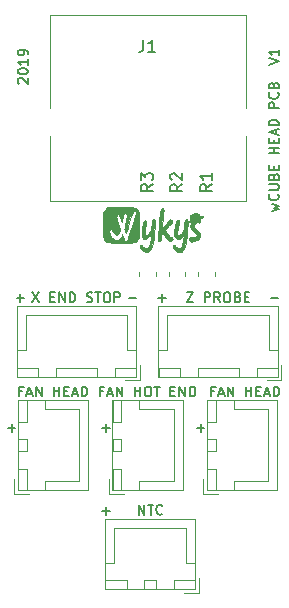
<source format=gto>
G04 #@! TF.GenerationSoftware,KiCad,Pcbnew,6.0.0-rc1-unknown-73a0cbf~66~ubuntu18.04.1*
G04 #@! TF.CreationDate,2019-02-12T22:26:01+01:00
G04 #@! TF.ProjectId,wcube-head-pcb,77637562-652d-4686-9561-642d7063622e,rev?*
G04 #@! TF.SameCoordinates,Original*
G04 #@! TF.FileFunction,Legend,Top*
G04 #@! TF.FilePolarity,Positive*
%FSLAX46Y46*%
G04 Gerber Fmt 4.6, Leading zero omitted, Abs format (unit mm)*
G04 Created by KiCad (PCBNEW 6.0.0-rc1-unknown-73a0cbf~66~ubuntu18.04.1) date 2019-02-12 22:26:01*
%MOMM*%
%LPD*%
G04 APERTURE LIST*
%ADD10C,0.150000*%
%ADD11C,0.120000*%
%ADD12C,0.010000*%
G04 APERTURE END LIST*
D10*
X166620814Y-55630985D02*
X166580900Y-55591071D01*
X166540985Y-55511242D01*
X166540985Y-55311671D01*
X166580900Y-55231842D01*
X166620814Y-55191928D01*
X166700642Y-55152014D01*
X166780471Y-55152014D01*
X166900214Y-55191928D01*
X167379185Y-55670900D01*
X167379185Y-55152014D01*
X166540985Y-54633128D02*
X166540985Y-54553300D01*
X166580900Y-54473471D01*
X166620814Y-54433557D01*
X166700642Y-54393642D01*
X166860300Y-54353728D01*
X167059871Y-54353728D01*
X167219528Y-54393642D01*
X167299357Y-54433557D01*
X167339271Y-54473471D01*
X167379185Y-54553300D01*
X167379185Y-54633128D01*
X167339271Y-54712957D01*
X167299357Y-54752871D01*
X167219528Y-54792785D01*
X167059871Y-54832700D01*
X166860300Y-54832700D01*
X166700642Y-54792785D01*
X166620814Y-54752871D01*
X166580900Y-54712957D01*
X166540985Y-54633128D01*
X167379185Y-53555442D02*
X167379185Y-54034414D01*
X167379185Y-53794928D02*
X166540985Y-53794928D01*
X166660728Y-53874757D01*
X166740557Y-53954585D01*
X166780471Y-54034414D01*
X167379185Y-53156300D02*
X167379185Y-52996642D01*
X167339271Y-52916814D01*
X167299357Y-52876900D01*
X167179614Y-52797071D01*
X167019957Y-52757157D01*
X166700642Y-52757157D01*
X166620814Y-52797071D01*
X166580900Y-52836985D01*
X166540985Y-52916814D01*
X166540985Y-53076471D01*
X166580900Y-53156300D01*
X166620814Y-53196214D01*
X166700642Y-53236128D01*
X166900214Y-53236128D01*
X166980042Y-53196214D01*
X167019957Y-53156300D01*
X167059871Y-53076471D01*
X167059871Y-52916814D01*
X167019957Y-52836985D01*
X166980042Y-52797071D01*
X166900214Y-52757157D01*
X173680685Y-91809871D02*
X174319314Y-91809871D01*
X174000000Y-92129185D02*
X174000000Y-91490557D01*
X188070385Y-66447757D02*
X188629185Y-66288100D01*
X188230042Y-66128442D01*
X188629185Y-65968785D01*
X188070385Y-65809128D01*
X188549357Y-65010842D02*
X188589271Y-65050757D01*
X188629185Y-65170500D01*
X188629185Y-65250328D01*
X188589271Y-65370071D01*
X188509442Y-65449900D01*
X188429614Y-65489814D01*
X188269957Y-65529728D01*
X188150214Y-65529728D01*
X187990557Y-65489814D01*
X187910728Y-65449900D01*
X187830900Y-65370071D01*
X187790985Y-65250328D01*
X187790985Y-65170500D01*
X187830900Y-65050757D01*
X187870814Y-65010842D01*
X187790985Y-64651614D02*
X188469528Y-64651614D01*
X188549357Y-64611700D01*
X188589271Y-64571785D01*
X188629185Y-64491957D01*
X188629185Y-64332300D01*
X188589271Y-64252471D01*
X188549357Y-64212557D01*
X188469528Y-64172642D01*
X187790985Y-64172642D01*
X188190128Y-63494100D02*
X188230042Y-63374357D01*
X188269957Y-63334442D01*
X188349785Y-63294528D01*
X188469528Y-63294528D01*
X188549357Y-63334442D01*
X188589271Y-63374357D01*
X188629185Y-63454185D01*
X188629185Y-63773500D01*
X187790985Y-63773500D01*
X187790985Y-63494100D01*
X187830900Y-63414271D01*
X187870814Y-63374357D01*
X187950642Y-63334442D01*
X188030471Y-63334442D01*
X188110300Y-63374357D01*
X188150214Y-63414271D01*
X188190128Y-63494100D01*
X188190128Y-63773500D01*
X188190128Y-62935300D02*
X188190128Y-62655900D01*
X188629185Y-62536157D02*
X188629185Y-62935300D01*
X187790985Y-62935300D01*
X187790985Y-62536157D01*
X188629185Y-61538300D02*
X187790985Y-61538300D01*
X188190128Y-61538300D02*
X188190128Y-61059328D01*
X188629185Y-61059328D02*
X187790985Y-61059328D01*
X188190128Y-60660185D02*
X188190128Y-60380785D01*
X188629185Y-60261042D02*
X188629185Y-60660185D01*
X187790985Y-60660185D01*
X187790985Y-60261042D01*
X188389700Y-59941728D02*
X188389700Y-59542585D01*
X188629185Y-60021557D02*
X187790985Y-59742157D01*
X188629185Y-59462757D01*
X188629185Y-59183357D02*
X187790985Y-59183357D01*
X187790985Y-58983785D01*
X187830900Y-58864042D01*
X187910728Y-58784214D01*
X187990557Y-58744300D01*
X188150214Y-58704385D01*
X188269957Y-58704385D01*
X188429614Y-58744300D01*
X188509442Y-58784214D01*
X188589271Y-58864042D01*
X188629185Y-58983785D01*
X188629185Y-59183357D01*
X188629185Y-57706528D02*
X187790985Y-57706528D01*
X187790985Y-57387214D01*
X187830900Y-57307385D01*
X187870814Y-57267471D01*
X187950642Y-57227557D01*
X188070385Y-57227557D01*
X188150214Y-57267471D01*
X188190128Y-57307385D01*
X188230042Y-57387214D01*
X188230042Y-57706528D01*
X188549357Y-56389357D02*
X188589271Y-56429271D01*
X188629185Y-56549014D01*
X188629185Y-56628842D01*
X188589271Y-56748585D01*
X188509442Y-56828414D01*
X188429614Y-56868328D01*
X188269957Y-56908242D01*
X188150214Y-56908242D01*
X187990557Y-56868328D01*
X187910728Y-56828414D01*
X187830900Y-56748585D01*
X187790985Y-56628842D01*
X187790985Y-56549014D01*
X187830900Y-56429271D01*
X187870814Y-56389357D01*
X188190128Y-55750728D02*
X188230042Y-55630985D01*
X188269957Y-55591071D01*
X188349785Y-55551157D01*
X188469528Y-55551157D01*
X188549357Y-55591071D01*
X188589271Y-55630985D01*
X188629185Y-55710814D01*
X188629185Y-56030128D01*
X187790985Y-56030128D01*
X187790985Y-55750728D01*
X187830900Y-55670900D01*
X187870814Y-55630985D01*
X187950642Y-55591071D01*
X188030471Y-55591071D01*
X188110300Y-55630985D01*
X188150214Y-55670900D01*
X188190128Y-55750728D01*
X188190128Y-56030128D01*
X187790985Y-54034414D02*
X188629185Y-53755014D01*
X187790985Y-53475614D01*
X188629185Y-52757157D02*
X188629185Y-53236128D01*
X188629185Y-52996642D02*
X187790985Y-52996642D01*
X187910728Y-53076471D01*
X187990557Y-53156300D01*
X188030471Y-53236128D01*
X175930685Y-73809871D02*
X176569314Y-73809871D01*
X166430685Y-73809871D02*
X167069314Y-73809871D01*
X166750000Y-74129185D02*
X166750000Y-73490557D01*
X187930685Y-73809871D02*
X188569314Y-73809871D01*
X178430685Y-73809871D02*
X179069314Y-73809871D01*
X178750000Y-74129185D02*
X178750000Y-73490557D01*
X181680685Y-84809871D02*
X182319314Y-84809871D01*
X182000000Y-85129185D02*
X182000000Y-84490557D01*
X173680685Y-84809871D02*
X174319314Y-84809871D01*
X174000000Y-85129185D02*
X174000000Y-84490557D01*
X165680685Y-84809871D02*
X166319314Y-84809871D01*
X166000000Y-85129185D02*
X166000000Y-84490557D01*
X173748057Y-81690128D02*
X173468657Y-81690128D01*
X173468657Y-82129185D02*
X173468657Y-81290985D01*
X173867800Y-81290985D01*
X174147200Y-81889700D02*
X174546342Y-81889700D01*
X174067371Y-82129185D02*
X174346771Y-81290985D01*
X174626171Y-82129185D01*
X174905571Y-82129185D02*
X174905571Y-81290985D01*
X175384542Y-82129185D01*
X175384542Y-81290985D01*
X176422314Y-82129185D02*
X176422314Y-81290985D01*
X176422314Y-81690128D02*
X176901285Y-81690128D01*
X176901285Y-82129185D02*
X176901285Y-81290985D01*
X177460085Y-81290985D02*
X177619742Y-81290985D01*
X177699571Y-81330900D01*
X177779400Y-81410728D01*
X177819314Y-81570385D01*
X177819314Y-81849785D01*
X177779400Y-82009442D01*
X177699571Y-82089271D01*
X177619742Y-82129185D01*
X177460085Y-82129185D01*
X177380257Y-82089271D01*
X177300428Y-82009442D01*
X177260514Y-81849785D01*
X177260514Y-81570385D01*
X177300428Y-81410728D01*
X177380257Y-81330900D01*
X177460085Y-81290985D01*
X178058800Y-81290985D02*
X178537771Y-81290985D01*
X178298285Y-82129185D02*
X178298285Y-81290985D01*
X179455800Y-81690128D02*
X179735200Y-81690128D01*
X179854942Y-82129185D02*
X179455800Y-82129185D01*
X179455800Y-81290985D01*
X179854942Y-81290985D01*
X180214171Y-82129185D02*
X180214171Y-81290985D01*
X180693142Y-82129185D01*
X180693142Y-81290985D01*
X181092285Y-82129185D02*
X181092285Y-81290985D01*
X181291857Y-81290985D01*
X181411600Y-81330900D01*
X181491428Y-81410728D01*
X181531342Y-81490557D01*
X181571257Y-81650214D01*
X181571257Y-81769957D01*
X181531342Y-81929614D01*
X181491428Y-82009442D01*
X181411600Y-82089271D01*
X181291857Y-82129185D01*
X181092285Y-82129185D01*
X183155571Y-81690128D02*
X182876171Y-81690128D01*
X182876171Y-82129185D02*
X182876171Y-81290985D01*
X183275314Y-81290985D01*
X183554714Y-81889700D02*
X183953857Y-81889700D01*
X183474885Y-82129185D02*
X183754285Y-81290985D01*
X184033685Y-82129185D01*
X184313085Y-82129185D02*
X184313085Y-81290985D01*
X184792057Y-82129185D01*
X184792057Y-81290985D01*
X185829828Y-82129185D02*
X185829828Y-81290985D01*
X185829828Y-81690128D02*
X186308800Y-81690128D01*
X186308800Y-82129185D02*
X186308800Y-81290985D01*
X186707942Y-81690128D02*
X186987342Y-81690128D01*
X187107085Y-82129185D02*
X186707942Y-82129185D01*
X186707942Y-81290985D01*
X187107085Y-81290985D01*
X187426400Y-81889700D02*
X187825542Y-81889700D01*
X187346571Y-82129185D02*
X187625971Y-81290985D01*
X187905371Y-82129185D01*
X188184771Y-82129185D02*
X188184771Y-81290985D01*
X188384342Y-81290985D01*
X188504085Y-81330900D01*
X188583914Y-81410728D01*
X188623828Y-81490557D01*
X188663742Y-81650214D01*
X188663742Y-81769957D01*
X188623828Y-81929614D01*
X188583914Y-82009442D01*
X188504085Y-82089271D01*
X188384342Y-82129185D01*
X188184771Y-82129185D01*
X166905571Y-81690128D02*
X166626171Y-81690128D01*
X166626171Y-82129185D02*
X166626171Y-81290985D01*
X167025314Y-81290985D01*
X167304714Y-81889700D02*
X167703857Y-81889700D01*
X167224885Y-82129185D02*
X167504285Y-81290985D01*
X167783685Y-82129185D01*
X168063085Y-82129185D02*
X168063085Y-81290985D01*
X168542057Y-82129185D01*
X168542057Y-81290985D01*
X169579828Y-82129185D02*
X169579828Y-81290985D01*
X169579828Y-81690128D02*
X170058800Y-81690128D01*
X170058800Y-82129185D02*
X170058800Y-81290985D01*
X170457942Y-81690128D02*
X170737342Y-81690128D01*
X170857085Y-82129185D02*
X170457942Y-82129185D01*
X170457942Y-81290985D01*
X170857085Y-81290985D01*
X171176400Y-81889700D02*
X171575542Y-81889700D01*
X171096571Y-82129185D02*
X171375971Y-81290985D01*
X171655371Y-82129185D01*
X171934771Y-82129185D02*
X171934771Y-81290985D01*
X172134342Y-81290985D01*
X172254085Y-81330900D01*
X172333914Y-81410728D01*
X172373828Y-81490557D01*
X172413742Y-81650214D01*
X172413742Y-81769957D01*
X172373828Y-81929614D01*
X172333914Y-82009442D01*
X172254085Y-82089271D01*
X172134342Y-82129185D01*
X171934771Y-82129185D01*
X176772100Y-92129185D02*
X176772100Y-91290985D01*
X177251071Y-92129185D01*
X177251071Y-91290985D01*
X177530471Y-91290985D02*
X178009442Y-91290985D01*
X177769957Y-92129185D02*
X177769957Y-91290985D01*
X178767814Y-92049357D02*
X178727900Y-92089271D01*
X178608157Y-92129185D01*
X178528328Y-92129185D01*
X178408585Y-92089271D01*
X178328757Y-92009442D01*
X178288842Y-91929614D01*
X178248928Y-91769957D01*
X178248928Y-91650214D01*
X178288842Y-91490557D01*
X178328757Y-91410728D01*
X178408585Y-91330900D01*
X178528328Y-91290985D01*
X178608157Y-91290985D01*
X178727900Y-91330900D01*
X178767814Y-91370814D01*
X180825742Y-73290985D02*
X181384542Y-73290985D01*
X180825742Y-74129185D01*
X181384542Y-74129185D01*
X182342485Y-74129185D02*
X182342485Y-73290985D01*
X182661800Y-73290985D01*
X182741628Y-73330900D01*
X182781542Y-73370814D01*
X182821457Y-73450642D01*
X182821457Y-73570385D01*
X182781542Y-73650214D01*
X182741628Y-73690128D01*
X182661800Y-73730042D01*
X182342485Y-73730042D01*
X183659657Y-74129185D02*
X183380257Y-73730042D01*
X183180685Y-74129185D02*
X183180685Y-73290985D01*
X183500000Y-73290985D01*
X183579828Y-73330900D01*
X183619742Y-73370814D01*
X183659657Y-73450642D01*
X183659657Y-73570385D01*
X183619742Y-73650214D01*
X183579828Y-73690128D01*
X183500000Y-73730042D01*
X183180685Y-73730042D01*
X184178542Y-73290985D02*
X184338200Y-73290985D01*
X184418028Y-73330900D01*
X184497857Y-73410728D01*
X184537771Y-73570385D01*
X184537771Y-73849785D01*
X184497857Y-74009442D01*
X184418028Y-74089271D01*
X184338200Y-74129185D01*
X184178542Y-74129185D01*
X184098714Y-74089271D01*
X184018885Y-74009442D01*
X183978971Y-73849785D01*
X183978971Y-73570385D01*
X184018885Y-73410728D01*
X184098714Y-73330900D01*
X184178542Y-73290985D01*
X185176400Y-73690128D02*
X185296142Y-73730042D01*
X185336057Y-73769957D01*
X185375971Y-73849785D01*
X185375971Y-73969528D01*
X185336057Y-74049357D01*
X185296142Y-74089271D01*
X185216314Y-74129185D01*
X184897000Y-74129185D01*
X184897000Y-73290985D01*
X185176400Y-73290985D01*
X185256228Y-73330900D01*
X185296142Y-73370814D01*
X185336057Y-73450642D01*
X185336057Y-73530471D01*
X185296142Y-73610300D01*
X185256228Y-73650214D01*
X185176400Y-73690128D01*
X184897000Y-73690128D01*
X185735200Y-73690128D02*
X186014600Y-73690128D01*
X186134342Y-74129185D02*
X185735200Y-74129185D01*
X185735200Y-73290985D01*
X186134342Y-73290985D01*
X167768014Y-73290985D02*
X168326814Y-74129185D01*
X168326814Y-73290985D02*
X167768014Y-74129185D01*
X169284757Y-73690128D02*
X169564157Y-73690128D01*
X169683900Y-74129185D02*
X169284757Y-74129185D01*
X169284757Y-73290985D01*
X169683900Y-73290985D01*
X170043128Y-74129185D02*
X170043128Y-73290985D01*
X170522100Y-74129185D01*
X170522100Y-73290985D01*
X170921242Y-74129185D02*
X170921242Y-73290985D01*
X171120814Y-73290985D01*
X171240557Y-73330900D01*
X171320385Y-73410728D01*
X171360300Y-73490557D01*
X171400214Y-73650214D01*
X171400214Y-73769957D01*
X171360300Y-73929614D01*
X171320385Y-74009442D01*
X171240557Y-74089271D01*
X171120814Y-74129185D01*
X170921242Y-74129185D01*
X172358157Y-74089271D02*
X172477900Y-74129185D01*
X172677471Y-74129185D01*
X172757300Y-74089271D01*
X172797214Y-74049357D01*
X172837128Y-73969528D01*
X172837128Y-73889700D01*
X172797214Y-73809871D01*
X172757300Y-73769957D01*
X172677471Y-73730042D01*
X172517814Y-73690128D01*
X172437985Y-73650214D01*
X172398071Y-73610300D01*
X172358157Y-73530471D01*
X172358157Y-73450642D01*
X172398071Y-73370814D01*
X172437985Y-73330900D01*
X172517814Y-73290985D01*
X172717385Y-73290985D01*
X172837128Y-73330900D01*
X173076614Y-73290985D02*
X173555585Y-73290985D01*
X173316100Y-74129185D02*
X173316100Y-73290985D01*
X173994642Y-73290985D02*
X174154300Y-73290985D01*
X174234128Y-73330900D01*
X174313957Y-73410728D01*
X174353871Y-73570385D01*
X174353871Y-73849785D01*
X174313957Y-74009442D01*
X174234128Y-74089271D01*
X174154300Y-74129185D01*
X173994642Y-74129185D01*
X173914814Y-74089271D01*
X173834985Y-74009442D01*
X173795071Y-73849785D01*
X173795071Y-73570385D01*
X173834985Y-73410728D01*
X173914814Y-73330900D01*
X173994642Y-73290985D01*
X174713100Y-74129185D02*
X174713100Y-73290985D01*
X175032414Y-73290985D01*
X175112242Y-73330900D01*
X175152157Y-73370814D01*
X175192071Y-73450642D01*
X175192071Y-73570385D01*
X175152157Y-73650214D01*
X175112242Y-73690128D01*
X175032414Y-73730042D01*
X174713100Y-73730042D01*
D11*
X176850000Y-80750000D02*
X176850000Y-79500000D01*
X175600000Y-80750000D02*
X176850000Y-80750000D01*
X167200000Y-75250000D02*
X171500000Y-75250000D01*
X167200000Y-78200000D02*
X167200000Y-75250000D01*
X166450000Y-78200000D02*
X167200000Y-78200000D01*
X175800000Y-75250000D02*
X171500000Y-75250000D01*
X175800000Y-78200000D02*
X175800000Y-75250000D01*
X176550000Y-78200000D02*
X175800000Y-78200000D01*
X166450000Y-80450000D02*
X168250000Y-80450000D01*
X166450000Y-79700000D02*
X166450000Y-80450000D01*
X168250000Y-79700000D02*
X166450000Y-79700000D01*
X168250000Y-80450000D02*
X168250000Y-79700000D01*
X174750000Y-80450000D02*
X176550000Y-80450000D01*
X174750000Y-79700000D02*
X174750000Y-80450000D01*
X176550000Y-79700000D02*
X174750000Y-79700000D01*
X176550000Y-80450000D02*
X176550000Y-79700000D01*
X169750000Y-80450000D02*
X173250000Y-80450000D01*
X169750000Y-79700000D02*
X169750000Y-80450000D01*
X173250000Y-79700000D02*
X169750000Y-79700000D01*
X173250000Y-80450000D02*
X173250000Y-79700000D01*
X166440000Y-80460000D02*
X176560000Y-80460000D01*
X166440000Y-74490000D02*
X166440000Y-80460000D01*
X176560000Y-74490000D02*
X166440000Y-74490000D01*
X176560000Y-80460000D02*
X176560000Y-74490000D01*
X183210000Y-71900000D02*
X183210000Y-71600000D01*
X181790000Y-71900000D02*
X181790000Y-71600000D01*
X185870000Y-65620000D02*
X185870000Y-60100000D01*
X169240000Y-65620000D02*
X169240000Y-60100000D01*
X185870000Y-49810000D02*
X169240000Y-49810000D01*
X185870000Y-49810000D02*
X185870000Y-57680000D01*
X169240000Y-49810000D02*
X169240000Y-57680000D01*
X185870000Y-65620000D02*
X169240000Y-65620000D01*
X178210000Y-71900000D02*
X178210000Y-71600000D01*
X176790000Y-71900000D02*
X176790000Y-71600000D01*
X180710000Y-71900000D02*
X180710000Y-71600000D01*
X179290000Y-71900000D02*
X179290000Y-71600000D01*
X188850000Y-80750000D02*
X188850000Y-79500000D01*
X187600000Y-80750000D02*
X188850000Y-80750000D01*
X179200000Y-75250000D02*
X183500000Y-75250000D01*
X179200000Y-78200000D02*
X179200000Y-75250000D01*
X178450000Y-78200000D02*
X179200000Y-78200000D01*
X187800000Y-75250000D02*
X183500000Y-75250000D01*
X187800000Y-78200000D02*
X187800000Y-75250000D01*
X188550000Y-78200000D02*
X187800000Y-78200000D01*
X178450000Y-80450000D02*
X180250000Y-80450000D01*
X178450000Y-79700000D02*
X178450000Y-80450000D01*
X180250000Y-79700000D02*
X178450000Y-79700000D01*
X180250000Y-80450000D02*
X180250000Y-79700000D01*
X186750000Y-80450000D02*
X188550000Y-80450000D01*
X186750000Y-79700000D02*
X186750000Y-80450000D01*
X188550000Y-79700000D02*
X186750000Y-79700000D01*
X188550000Y-80450000D02*
X188550000Y-79700000D01*
X181750000Y-80450000D02*
X185250000Y-80450000D01*
X181750000Y-79700000D02*
X181750000Y-80450000D01*
X185250000Y-79700000D02*
X181750000Y-79700000D01*
X185250000Y-80450000D02*
X185250000Y-79700000D01*
X178440000Y-80460000D02*
X188560000Y-80460000D01*
X178440000Y-74490000D02*
X178440000Y-80460000D01*
X188560000Y-74490000D02*
X178440000Y-74490000D01*
X188560000Y-80460000D02*
X188560000Y-74490000D01*
X182250000Y-90350000D02*
X183500000Y-90350000D01*
X182250000Y-89100000D02*
X182250000Y-90350000D01*
X187750000Y-83200000D02*
X187750000Y-86250000D01*
X184800000Y-83200000D02*
X187750000Y-83200000D01*
X184800000Y-82450000D02*
X184800000Y-83200000D01*
X187750000Y-89300000D02*
X187750000Y-86250000D01*
X184800000Y-89300000D02*
X187750000Y-89300000D01*
X184800000Y-90050000D02*
X184800000Y-89300000D01*
X182550000Y-82450000D02*
X182550000Y-84250000D01*
X183300000Y-82450000D02*
X182550000Y-82450000D01*
X183300000Y-84250000D02*
X183300000Y-82450000D01*
X182550000Y-84250000D02*
X183300000Y-84250000D01*
X182550000Y-88250000D02*
X182550000Y-90050000D01*
X183300000Y-88250000D02*
X182550000Y-88250000D01*
X183300000Y-90050000D02*
X183300000Y-88250000D01*
X182550000Y-90050000D02*
X183300000Y-90050000D01*
X182550000Y-85750000D02*
X182550000Y-86750000D01*
X183300000Y-85750000D02*
X182550000Y-85750000D01*
X183300000Y-86750000D02*
X183300000Y-85750000D01*
X182550000Y-86750000D02*
X183300000Y-86750000D01*
X182540000Y-82440000D02*
X182540000Y-90060000D01*
X188510000Y-82440000D02*
X182540000Y-82440000D01*
X188510000Y-90060000D02*
X188510000Y-82440000D01*
X182540000Y-90060000D02*
X188510000Y-90060000D01*
X166250000Y-90350000D02*
X167500000Y-90350000D01*
X166250000Y-89100000D02*
X166250000Y-90350000D01*
X171750000Y-83200000D02*
X171750000Y-86250000D01*
X168800000Y-83200000D02*
X171750000Y-83200000D01*
X168800000Y-82450000D02*
X168800000Y-83200000D01*
X171750000Y-89300000D02*
X171750000Y-86250000D01*
X168800000Y-89300000D02*
X171750000Y-89300000D01*
X168800000Y-90050000D02*
X168800000Y-89300000D01*
X166550000Y-82450000D02*
X166550000Y-84250000D01*
X167300000Y-82450000D02*
X166550000Y-82450000D01*
X167300000Y-84250000D02*
X167300000Y-82450000D01*
X166550000Y-84250000D02*
X167300000Y-84250000D01*
X166550000Y-88250000D02*
X166550000Y-90050000D01*
X167300000Y-88250000D02*
X166550000Y-88250000D01*
X167300000Y-90050000D02*
X167300000Y-88250000D01*
X166550000Y-90050000D02*
X167300000Y-90050000D01*
X166550000Y-85750000D02*
X166550000Y-86750000D01*
X167300000Y-85750000D02*
X166550000Y-85750000D01*
X167300000Y-86750000D02*
X167300000Y-85750000D01*
X166550000Y-86750000D02*
X167300000Y-86750000D01*
X166540000Y-82440000D02*
X166540000Y-90060000D01*
X172510000Y-82440000D02*
X166540000Y-82440000D01*
X172510000Y-90060000D02*
X172510000Y-82440000D01*
X166540000Y-90060000D02*
X172510000Y-90060000D01*
X174250000Y-90350000D02*
X175500000Y-90350000D01*
X174250000Y-89100000D02*
X174250000Y-90350000D01*
X179750000Y-83200000D02*
X179750000Y-86250000D01*
X176800000Y-83200000D02*
X179750000Y-83200000D01*
X176800000Y-82450000D02*
X176800000Y-83200000D01*
X179750000Y-89300000D02*
X179750000Y-86250000D01*
X176800000Y-89300000D02*
X179750000Y-89300000D01*
X176800000Y-90050000D02*
X176800000Y-89300000D01*
X174550000Y-82450000D02*
X174550000Y-84250000D01*
X175300000Y-82450000D02*
X174550000Y-82450000D01*
X175300000Y-84250000D02*
X175300000Y-82450000D01*
X174550000Y-84250000D02*
X175300000Y-84250000D01*
X174550000Y-88250000D02*
X174550000Y-90050000D01*
X175300000Y-88250000D02*
X174550000Y-88250000D01*
X175300000Y-90050000D02*
X175300000Y-88250000D01*
X174550000Y-90050000D02*
X175300000Y-90050000D01*
X174550000Y-85750000D02*
X174550000Y-86750000D01*
X175300000Y-85750000D02*
X174550000Y-85750000D01*
X175300000Y-86750000D02*
X175300000Y-85750000D01*
X174550000Y-86750000D02*
X175300000Y-86750000D01*
X174540000Y-82440000D02*
X174540000Y-90060000D01*
X180510000Y-82440000D02*
X174540000Y-82440000D01*
X180510000Y-90060000D02*
X180510000Y-82440000D01*
X174540000Y-90060000D02*
X180510000Y-90060000D01*
X181850000Y-98750000D02*
X181850000Y-97500000D01*
X180600000Y-98750000D02*
X181850000Y-98750000D01*
X174700000Y-93250000D02*
X177750000Y-93250000D01*
X174700000Y-96200000D02*
X174700000Y-93250000D01*
X173950000Y-96200000D02*
X174700000Y-96200000D01*
X180800000Y-93250000D02*
X177750000Y-93250000D01*
X180800000Y-96200000D02*
X180800000Y-93250000D01*
X181550000Y-96200000D02*
X180800000Y-96200000D01*
X173950000Y-98450000D02*
X175750000Y-98450000D01*
X173950000Y-97700000D02*
X173950000Y-98450000D01*
X175750000Y-97700000D02*
X173950000Y-97700000D01*
X175750000Y-98450000D02*
X175750000Y-97700000D01*
X179750000Y-98450000D02*
X181550000Y-98450000D01*
X179750000Y-97700000D02*
X179750000Y-98450000D01*
X181550000Y-97700000D02*
X179750000Y-97700000D01*
X181550000Y-98450000D02*
X181550000Y-97700000D01*
X177250000Y-98450000D02*
X178250000Y-98450000D01*
X177250000Y-97700000D02*
X177250000Y-98450000D01*
X178250000Y-97700000D02*
X177250000Y-97700000D01*
X178250000Y-98450000D02*
X178250000Y-97700000D01*
X173940000Y-98460000D02*
X181560000Y-98460000D01*
X173940000Y-92490000D02*
X173940000Y-98460000D01*
X181560000Y-92490000D02*
X173940000Y-92490000D01*
X181560000Y-98460000D02*
X181560000Y-92490000D01*
D12*
G36*
X181639241Y-66594374D02*
G01*
X181665245Y-66605033D01*
X181750300Y-66651472D01*
X181838010Y-66714103D01*
X181852524Y-66726382D01*
X181944668Y-66807285D01*
X181842056Y-66857134D01*
X181761085Y-66894725D01*
X181654330Y-66941891D01*
X181533564Y-66993729D01*
X181410558Y-67045331D01*
X181297082Y-67091792D01*
X181204908Y-67128207D01*
X181145808Y-67149669D01*
X181131318Y-67153334D01*
X181110524Y-67128714D01*
X181091223Y-67068296D01*
X181088885Y-67056762D01*
X181081875Y-66951268D01*
X181096174Y-66851000D01*
X181127949Y-66777335D01*
X181141694Y-66762442D01*
X181192409Y-66735879D01*
X181259824Y-66714161D01*
X181338354Y-66686837D01*
X181430874Y-66643602D01*
X181457222Y-66629185D01*
X181531119Y-66590720D01*
X181583276Y-66580105D01*
X181639241Y-66594374D01*
X181639241Y-66594374D01*
G37*
X181639241Y-66594374D02*
X181665245Y-66605033D01*
X181750300Y-66651472D01*
X181838010Y-66714103D01*
X181852524Y-66726382D01*
X181944668Y-66807285D01*
X181842056Y-66857134D01*
X181761085Y-66894725D01*
X181654330Y-66941891D01*
X181533564Y-66993729D01*
X181410558Y-67045331D01*
X181297082Y-67091792D01*
X181204908Y-67128207D01*
X181145808Y-67149669D01*
X181131318Y-67153334D01*
X181110524Y-67128714D01*
X181091223Y-67068296D01*
X181088885Y-67056762D01*
X181081875Y-66951268D01*
X181096174Y-66851000D01*
X181127949Y-66777335D01*
X181141694Y-66762442D01*
X181192409Y-66735879D01*
X181259824Y-66714161D01*
X181338354Y-66686837D01*
X181430874Y-66643602D01*
X181457222Y-66629185D01*
X181531119Y-66590720D01*
X181583276Y-66580105D01*
X181639241Y-66594374D01*
G36*
X178801055Y-66178011D02*
G01*
X178851521Y-66235543D01*
X178852653Y-66237981D01*
X178862127Y-66264003D01*
X178868380Y-66297739D01*
X178870991Y-66344737D01*
X178869535Y-66410548D01*
X178863591Y-66500724D01*
X178852734Y-66620815D01*
X178836543Y-66776371D01*
X178814594Y-66972944D01*
X178786465Y-67216083D01*
X178762753Y-67417954D01*
X178744293Y-67580014D01*
X178729380Y-67721689D01*
X178718873Y-67833886D01*
X178713627Y-67907514D01*
X178714182Y-67933368D01*
X178734091Y-67916109D01*
X178781444Y-67861267D01*
X178849950Y-67776513D01*
X178933318Y-67669516D01*
X178969441Y-67622177D01*
X179122387Y-67427479D01*
X179249520Y-67280539D01*
X179350396Y-67181812D01*
X179424573Y-67131755D01*
X179452410Y-67125111D01*
X179514036Y-67149927D01*
X179562127Y-67210883D01*
X179580444Y-67284205D01*
X179572701Y-67350056D01*
X179544805Y-67414463D01*
X179489758Y-67487752D01*
X179400561Y-67580248D01*
X179342069Y-67635898D01*
X179248168Y-67728652D01*
X179160332Y-67823814D01*
X179095252Y-67903150D01*
X179087398Y-67914118D01*
X179008611Y-68027807D01*
X179157285Y-68254266D01*
X179257856Y-68396820D01*
X179353004Y-68511848D01*
X179436915Y-68593500D01*
X179503773Y-68635923D01*
X179539124Y-68638517D01*
X179587090Y-68644154D01*
X179621048Y-68688602D01*
X179629539Y-68754287D01*
X179626287Y-68772176D01*
X179575396Y-68880467D01*
X179494784Y-68947896D01*
X179396515Y-68970905D01*
X179292653Y-68945936D01*
X179217473Y-68892754D01*
X179169869Y-68836569D01*
X179104082Y-68744909D01*
X179029587Y-68631500D01*
X178970211Y-68534545D01*
X178903122Y-68424006D01*
X178845331Y-68333992D01*
X178803273Y-68274183D01*
X178783891Y-68254154D01*
X178748508Y-68279869D01*
X178716444Y-68348603D01*
X178691761Y-68446936D01*
X178678520Y-68561446D01*
X178677333Y-68606283D01*
X178670957Y-68720842D01*
X178654427Y-68827804D01*
X178636440Y-68889907D01*
X178600036Y-68956846D01*
X178554145Y-68984028D01*
X178508835Y-68987778D01*
X178435358Y-68973135D01*
X178391769Y-68921088D01*
X178390170Y-68917648D01*
X178374900Y-68859406D01*
X178373277Y-68773517D01*
X178385278Y-68647733D01*
X178389641Y-68614259D01*
X178404612Y-68495247D01*
X178419984Y-68356168D01*
X178436295Y-68191038D01*
X178454085Y-67993874D01*
X178473891Y-67758694D01*
X178496251Y-67479513D01*
X178521706Y-67150349D01*
X178523342Y-67128894D01*
X178543378Y-66878740D01*
X178561859Y-66678876D01*
X178579751Y-66523201D01*
X178598021Y-66405617D01*
X178617634Y-66320025D01*
X178639557Y-66260325D01*
X178664756Y-66220419D01*
X178667832Y-66216907D01*
X178735797Y-66171339D01*
X178801055Y-66178011D01*
X178801055Y-66178011D01*
G37*
X178801055Y-66178011D02*
X178851521Y-66235543D01*
X178852653Y-66237981D01*
X178862127Y-66264003D01*
X178868380Y-66297739D01*
X178870991Y-66344737D01*
X178869535Y-66410548D01*
X178863591Y-66500724D01*
X178852734Y-66620815D01*
X178836543Y-66776371D01*
X178814594Y-66972944D01*
X178786465Y-67216083D01*
X178762753Y-67417954D01*
X178744293Y-67580014D01*
X178729380Y-67721689D01*
X178718873Y-67833886D01*
X178713627Y-67907514D01*
X178714182Y-67933368D01*
X178734091Y-67916109D01*
X178781444Y-67861267D01*
X178849950Y-67776513D01*
X178933318Y-67669516D01*
X178969441Y-67622177D01*
X179122387Y-67427479D01*
X179249520Y-67280539D01*
X179350396Y-67181812D01*
X179424573Y-67131755D01*
X179452410Y-67125111D01*
X179514036Y-67149927D01*
X179562127Y-67210883D01*
X179580444Y-67284205D01*
X179572701Y-67350056D01*
X179544805Y-67414463D01*
X179489758Y-67487752D01*
X179400561Y-67580248D01*
X179342069Y-67635898D01*
X179248168Y-67728652D01*
X179160332Y-67823814D01*
X179095252Y-67903150D01*
X179087398Y-67914118D01*
X179008611Y-68027807D01*
X179157285Y-68254266D01*
X179257856Y-68396820D01*
X179353004Y-68511848D01*
X179436915Y-68593500D01*
X179503773Y-68635923D01*
X179539124Y-68638517D01*
X179587090Y-68644154D01*
X179621048Y-68688602D01*
X179629539Y-68754287D01*
X179626287Y-68772176D01*
X179575396Y-68880467D01*
X179494784Y-68947896D01*
X179396515Y-68970905D01*
X179292653Y-68945936D01*
X179217473Y-68892754D01*
X179169869Y-68836569D01*
X179104082Y-68744909D01*
X179029587Y-68631500D01*
X178970211Y-68534545D01*
X178903122Y-68424006D01*
X178845331Y-68333992D01*
X178803273Y-68274183D01*
X178783891Y-68254154D01*
X178748508Y-68279869D01*
X178716444Y-68348603D01*
X178691761Y-68446936D01*
X178678520Y-68561446D01*
X178677333Y-68606283D01*
X178670957Y-68720842D01*
X178654427Y-68827804D01*
X178636440Y-68889907D01*
X178600036Y-68956846D01*
X178554145Y-68984028D01*
X178508835Y-68987778D01*
X178435358Y-68973135D01*
X178391769Y-68921088D01*
X178390170Y-68917648D01*
X178374900Y-68859406D01*
X178373277Y-68773517D01*
X178385278Y-68647733D01*
X178389641Y-68614259D01*
X178404612Y-68495247D01*
X178419984Y-68356168D01*
X178436295Y-68191038D01*
X178454085Y-67993874D01*
X178473891Y-67758694D01*
X178496251Y-67479513D01*
X178521706Y-67150349D01*
X178523342Y-67128894D01*
X178543378Y-66878740D01*
X178561859Y-66678876D01*
X178579751Y-66523201D01*
X178598021Y-66405617D01*
X178617634Y-66320025D01*
X178639557Y-66260325D01*
X178664756Y-66220419D01*
X178667832Y-66216907D01*
X178735797Y-66171339D01*
X178801055Y-66178011D01*
G36*
X182162401Y-66823004D02*
G01*
X182188692Y-66831798D01*
X182224484Y-66853296D01*
X182223694Y-66881367D01*
X182182061Y-66922001D01*
X182095324Y-66981189D01*
X182071938Y-66995936D01*
X181996773Y-67045776D01*
X181950978Y-67081849D01*
X181943779Y-67096821D01*
X181944938Y-67096889D01*
X181969185Y-67120809D01*
X181979061Y-67179473D01*
X181975299Y-67253243D01*
X181958636Y-67322477D01*
X181934984Y-67362985D01*
X181892779Y-67399581D01*
X181856684Y-67401418D01*
X181808546Y-67378333D01*
X181755926Y-67366313D01*
X181686016Y-67385753D01*
X181642933Y-67406178D01*
X181528172Y-67483527D01*
X181463522Y-67576570D01*
X181443112Y-67693782D01*
X181443111Y-67694633D01*
X181446873Y-67748716D01*
X181464023Y-67793704D01*
X181503357Y-67841378D01*
X181573671Y-67903523D01*
X181637705Y-67955304D01*
X181734281Y-68035522D01*
X181819946Y-68112281D01*
X181879980Y-68172223D01*
X181890963Y-68185147D01*
X181956808Y-68311716D01*
X181976136Y-68454422D01*
X181949679Y-68598522D01*
X181878167Y-68729269D01*
X181863122Y-68747361D01*
X181760819Y-68838438D01*
X181633834Y-68913950D01*
X181494947Y-68970149D01*
X181356941Y-69003285D01*
X181232595Y-69009609D01*
X181134692Y-68985371D01*
X181108678Y-68968683D01*
X181060581Y-68904441D01*
X181042223Y-68824613D01*
X181049506Y-68742201D01*
X181078336Y-68670209D01*
X181124617Y-68621638D01*
X181184253Y-68609491D01*
X181218099Y-68621299D01*
X181314913Y-68646153D01*
X181432790Y-68639369D01*
X181549554Y-68605592D01*
X181643030Y-68549470D01*
X181664165Y-68527838D01*
X181689068Y-68471586D01*
X181670249Y-68409763D01*
X181604649Y-68337290D01*
X181501199Y-68257440D01*
X181332916Y-68121659D01*
X181218489Y-67986508D01*
X181155540Y-67847809D01*
X181141685Y-67701380D01*
X181149349Y-67639749D01*
X181177204Y-67535125D01*
X181218102Y-67436947D01*
X181263068Y-67364796D01*
X181284771Y-67344266D01*
X181298620Y-67326842D01*
X181260326Y-67327102D01*
X181169203Y-67345066D01*
X181156699Y-67347944D01*
X181080931Y-67358770D01*
X181027111Y-67354580D01*
X181021688Y-67352070D01*
X181003072Y-67314645D01*
X181006407Y-67303852D01*
X181339629Y-67303852D01*
X181343504Y-67320630D01*
X181358444Y-67322667D01*
X181381674Y-67312341D01*
X181377259Y-67303852D01*
X181343766Y-67300475D01*
X181339629Y-67303852D01*
X181006407Y-67303852D01*
X181015129Y-67275630D01*
X181424296Y-67275630D01*
X181428170Y-67292408D01*
X181443111Y-67294445D01*
X181466341Y-67284119D01*
X181461926Y-67275630D01*
X181428433Y-67272252D01*
X181424296Y-67275630D01*
X181015129Y-67275630D01*
X181017477Y-67268035D01*
X181020823Y-67265442D01*
X181527017Y-67265442D01*
X181527778Y-67265465D01*
X181573497Y-67253665D01*
X181651605Y-67222254D01*
X181739444Y-67180843D01*
X181827167Y-67135525D01*
X181863592Y-67113669D01*
X181848756Y-67115270D01*
X181782697Y-67140323D01*
X181665452Y-67188821D01*
X181654778Y-67193327D01*
X181576014Y-67229087D01*
X181530246Y-67254933D01*
X181527017Y-67265442D01*
X181020823Y-67265442D01*
X181054614Y-67239257D01*
X181065130Y-67238000D01*
X181110068Y-67237273D01*
X181118071Y-67236836D01*
X181154364Y-67224893D01*
X181230630Y-67194489D01*
X181335472Y-67150561D01*
X181457495Y-67098043D01*
X181585304Y-67041869D01*
X181707502Y-66986975D01*
X181812694Y-66938296D01*
X181860135Y-66915487D01*
X181976681Y-66860190D01*
X182057031Y-66828606D01*
X182114499Y-66817341D01*
X182162401Y-66823004D01*
X182162401Y-66823004D01*
G37*
X182162401Y-66823004D02*
X182188692Y-66831798D01*
X182224484Y-66853296D01*
X182223694Y-66881367D01*
X182182061Y-66922001D01*
X182095324Y-66981189D01*
X182071938Y-66995936D01*
X181996773Y-67045776D01*
X181950978Y-67081849D01*
X181943779Y-67096821D01*
X181944938Y-67096889D01*
X181969185Y-67120809D01*
X181979061Y-67179473D01*
X181975299Y-67253243D01*
X181958636Y-67322477D01*
X181934984Y-67362985D01*
X181892779Y-67399581D01*
X181856684Y-67401418D01*
X181808546Y-67378333D01*
X181755926Y-67366313D01*
X181686016Y-67385753D01*
X181642933Y-67406178D01*
X181528172Y-67483527D01*
X181463522Y-67576570D01*
X181443112Y-67693782D01*
X181443111Y-67694633D01*
X181446873Y-67748716D01*
X181464023Y-67793704D01*
X181503357Y-67841378D01*
X181573671Y-67903523D01*
X181637705Y-67955304D01*
X181734281Y-68035522D01*
X181819946Y-68112281D01*
X181879980Y-68172223D01*
X181890963Y-68185147D01*
X181956808Y-68311716D01*
X181976136Y-68454422D01*
X181949679Y-68598522D01*
X181878167Y-68729269D01*
X181863122Y-68747361D01*
X181760819Y-68838438D01*
X181633834Y-68913950D01*
X181494947Y-68970149D01*
X181356941Y-69003285D01*
X181232595Y-69009609D01*
X181134692Y-68985371D01*
X181108678Y-68968683D01*
X181060581Y-68904441D01*
X181042223Y-68824613D01*
X181049506Y-68742201D01*
X181078336Y-68670209D01*
X181124617Y-68621638D01*
X181184253Y-68609491D01*
X181218099Y-68621299D01*
X181314913Y-68646153D01*
X181432790Y-68639369D01*
X181549554Y-68605592D01*
X181643030Y-68549470D01*
X181664165Y-68527838D01*
X181689068Y-68471586D01*
X181670249Y-68409763D01*
X181604649Y-68337290D01*
X181501199Y-68257440D01*
X181332916Y-68121659D01*
X181218489Y-67986508D01*
X181155540Y-67847809D01*
X181141685Y-67701380D01*
X181149349Y-67639749D01*
X181177204Y-67535125D01*
X181218102Y-67436947D01*
X181263068Y-67364796D01*
X181284771Y-67344266D01*
X181298620Y-67326842D01*
X181260326Y-67327102D01*
X181169203Y-67345066D01*
X181156699Y-67347944D01*
X181080931Y-67358770D01*
X181027111Y-67354580D01*
X181021688Y-67352070D01*
X181003072Y-67314645D01*
X181006407Y-67303852D01*
X181339629Y-67303852D01*
X181343504Y-67320630D01*
X181358444Y-67322667D01*
X181381674Y-67312341D01*
X181377259Y-67303852D01*
X181343766Y-67300475D01*
X181339629Y-67303852D01*
X181006407Y-67303852D01*
X181015129Y-67275630D01*
X181424296Y-67275630D01*
X181428170Y-67292408D01*
X181443111Y-67294445D01*
X181466341Y-67284119D01*
X181461926Y-67275630D01*
X181428433Y-67272252D01*
X181424296Y-67275630D01*
X181015129Y-67275630D01*
X181017477Y-67268035D01*
X181020823Y-67265442D01*
X181527017Y-67265442D01*
X181527778Y-67265465D01*
X181573497Y-67253665D01*
X181651605Y-67222254D01*
X181739444Y-67180843D01*
X181827167Y-67135525D01*
X181863592Y-67113669D01*
X181848756Y-67115270D01*
X181782697Y-67140323D01*
X181665452Y-67188821D01*
X181654778Y-67193327D01*
X181576014Y-67229087D01*
X181530246Y-67254933D01*
X181527017Y-67265442D01*
X181020823Y-67265442D01*
X181054614Y-67239257D01*
X181065130Y-67238000D01*
X181110068Y-67237273D01*
X181118071Y-67236836D01*
X181154364Y-67224893D01*
X181230630Y-67194489D01*
X181335472Y-67150561D01*
X181457495Y-67098043D01*
X181585304Y-67041869D01*
X181707502Y-66986975D01*
X181812694Y-66938296D01*
X181860135Y-66915487D01*
X181976681Y-66860190D01*
X182057031Y-66828606D01*
X182114499Y-66817341D01*
X182162401Y-66823004D01*
G36*
X175951865Y-66113730D02*
G01*
X176112619Y-66117582D01*
X176239591Y-66124429D01*
X176338446Y-66134795D01*
X176414847Y-66149203D01*
X176474458Y-66168179D01*
X176522943Y-66192246D01*
X176565965Y-66221928D01*
X176591621Y-66242742D01*
X176638527Y-66283559D01*
X176677171Y-66323452D01*
X176708358Y-66368092D01*
X176732890Y-66423150D01*
X176751572Y-66494298D01*
X176765207Y-66587207D01*
X176774598Y-66707547D01*
X176780550Y-66860991D01*
X176783866Y-67053209D01*
X176785348Y-67289872D01*
X176785802Y-67576652D01*
X176785824Y-67613346D01*
X176785732Y-67892355D01*
X176784954Y-68120553D01*
X176783270Y-68303572D01*
X176780462Y-68447043D01*
X176776310Y-68556598D01*
X176770596Y-68637869D01*
X176763100Y-68696487D01*
X176753603Y-68738084D01*
X176741886Y-68768292D01*
X176740810Y-68770457D01*
X176638825Y-68920505D01*
X176502497Y-69029246D01*
X176470069Y-69046969D01*
X176440345Y-69060641D01*
X176405944Y-69071771D01*
X176361119Y-69080612D01*
X176300122Y-69087414D01*
X176217206Y-69092431D01*
X176106622Y-69095913D01*
X175962624Y-69098113D01*
X175779463Y-69099283D01*
X175551392Y-69099674D01*
X175272663Y-69099539D01*
X175270624Y-69099537D01*
X174987015Y-69098983D01*
X174754374Y-69097822D01*
X174567229Y-69095843D01*
X174420106Y-69092831D01*
X174307530Y-69088577D01*
X174224029Y-69082868D01*
X174164128Y-69075491D01*
X174122353Y-69066235D01*
X174093231Y-69054888D01*
X174091222Y-69053851D01*
X173943974Y-68949093D01*
X173838745Y-68814959D01*
X173808206Y-68749739D01*
X173796693Y-68712791D01*
X173787472Y-68664725D01*
X173780372Y-68599819D01*
X173775219Y-68512347D01*
X173771841Y-68396585D01*
X173770066Y-68246806D01*
X173770030Y-68226902D01*
X174269700Y-68226902D01*
X174301353Y-68351654D01*
X174361331Y-68482085D01*
X174443763Y-68609158D01*
X174542778Y-68723835D01*
X174652502Y-68817078D01*
X174767065Y-68879848D01*
X174880595Y-68903109D01*
X174881721Y-68903112D01*
X175003511Y-68875741D01*
X175123473Y-68796790D01*
X175236048Y-68671000D01*
X175324553Y-68525399D01*
X175383963Y-68409223D01*
X175446230Y-68593440D01*
X175503315Y-68752862D01*
X175552184Y-68862595D01*
X175597860Y-68927818D01*
X175645363Y-68953712D01*
X175699718Y-68945456D01*
X175757127Y-68914108D01*
X175813993Y-68851927D01*
X175856452Y-68759715D01*
X175858732Y-68751830D01*
X175898083Y-68614891D01*
X175952189Y-68434811D01*
X176017789Y-68221941D01*
X176091620Y-67986632D01*
X176170423Y-67739235D01*
X176250935Y-67490100D01*
X176329896Y-67249580D01*
X176369970Y-67129228D01*
X176435138Y-66933662D01*
X176483763Y-66784165D01*
X176517580Y-66673400D01*
X176538321Y-66594032D01*
X176547721Y-66538723D01*
X176547511Y-66500139D01*
X176539427Y-66470944D01*
X176529971Y-66452094D01*
X176470534Y-66384713D01*
X176401509Y-66368449D01*
X176342883Y-66396059D01*
X176299914Y-66447705D01*
X176251324Y-66538022D01*
X176195968Y-66670081D01*
X176132700Y-66846952D01*
X176060375Y-67071706D01*
X175977847Y-67347414D01*
X175943326Y-67467044D01*
X175887892Y-67659698D01*
X175835886Y-67838361D01*
X175789817Y-67994578D01*
X175752193Y-68119896D01*
X175725521Y-68205860D01*
X175714037Y-68239889D01*
X175681629Y-68324556D01*
X175624773Y-68169334D01*
X175591342Y-68076857D01*
X175564868Y-68001463D01*
X175554218Y-67969380D01*
X175555424Y-67927719D01*
X175567589Y-67841427D01*
X175588929Y-67720858D01*
X175617662Y-67576369D01*
X175639247Y-67475491D01*
X175674285Y-67314036D01*
X175706194Y-67163211D01*
X175732390Y-67035511D01*
X175750290Y-66943432D01*
X175755712Y-66912179D01*
X175758741Y-66785870D01*
X175726599Y-66690930D01*
X175662421Y-66635174D01*
X175641875Y-66628307D01*
X175573182Y-66625235D01*
X175519078Y-66658408D01*
X175475985Y-66733294D01*
X175440322Y-66855361D01*
X175418147Y-66970129D01*
X175390820Y-67128325D01*
X175370307Y-67237842D01*
X175354937Y-67305805D01*
X175343041Y-67339340D01*
X175332948Y-67345570D01*
X175330566Y-67343751D01*
X175317784Y-67312187D01*
X175294684Y-67238592D01*
X175265100Y-67135576D01*
X175246210Y-67066302D01*
X175192185Y-66892685D01*
X175137279Y-66774332D01*
X175080355Y-66710061D01*
X175020278Y-66698692D01*
X174955912Y-66739045D01*
X174943607Y-66751904D01*
X174903289Y-66809042D01*
X174881950Y-66876200D01*
X174880546Y-66961049D01*
X174900028Y-67071261D01*
X174941351Y-67214510D01*
X175005470Y-67398466D01*
X175033308Y-67473448D01*
X175201161Y-67920562D01*
X175149605Y-68070412D01*
X175080174Y-68244652D01*
X175008269Y-68373342D01*
X174936351Y-68452908D01*
X174867694Y-68479778D01*
X174809529Y-68455493D01*
X174739629Y-68389865D01*
X174667768Y-68293734D01*
X174613150Y-68197556D01*
X174540779Y-68069551D01*
X174475048Y-67995022D01*
X174412334Y-67971939D01*
X174349013Y-67998276D01*
X174314858Y-68030589D01*
X174272245Y-68116868D01*
X174269700Y-68226902D01*
X173770030Y-68226902D01*
X173769721Y-68057287D01*
X173770634Y-67822302D01*
X173772428Y-67562151D01*
X173780778Y-66490112D01*
X173847754Y-66382378D01*
X173915395Y-66297765D01*
X174002453Y-66218102D01*
X174029084Y-66198934D01*
X174143438Y-66123223D01*
X175210274Y-66114899D01*
X175506356Y-66112913D01*
X175751665Y-66112349D01*
X175951865Y-66113730D01*
X175951865Y-66113730D01*
G37*
X175951865Y-66113730D02*
X176112619Y-66117582D01*
X176239591Y-66124429D01*
X176338446Y-66134795D01*
X176414847Y-66149203D01*
X176474458Y-66168179D01*
X176522943Y-66192246D01*
X176565965Y-66221928D01*
X176591621Y-66242742D01*
X176638527Y-66283559D01*
X176677171Y-66323452D01*
X176708358Y-66368092D01*
X176732890Y-66423150D01*
X176751572Y-66494298D01*
X176765207Y-66587207D01*
X176774598Y-66707547D01*
X176780550Y-66860991D01*
X176783866Y-67053209D01*
X176785348Y-67289872D01*
X176785802Y-67576652D01*
X176785824Y-67613346D01*
X176785732Y-67892355D01*
X176784954Y-68120553D01*
X176783270Y-68303572D01*
X176780462Y-68447043D01*
X176776310Y-68556598D01*
X176770596Y-68637869D01*
X176763100Y-68696487D01*
X176753603Y-68738084D01*
X176741886Y-68768292D01*
X176740810Y-68770457D01*
X176638825Y-68920505D01*
X176502497Y-69029246D01*
X176470069Y-69046969D01*
X176440345Y-69060641D01*
X176405944Y-69071771D01*
X176361119Y-69080612D01*
X176300122Y-69087414D01*
X176217206Y-69092431D01*
X176106622Y-69095913D01*
X175962624Y-69098113D01*
X175779463Y-69099283D01*
X175551392Y-69099674D01*
X175272663Y-69099539D01*
X175270624Y-69099537D01*
X174987015Y-69098983D01*
X174754374Y-69097822D01*
X174567229Y-69095843D01*
X174420106Y-69092831D01*
X174307530Y-69088577D01*
X174224029Y-69082868D01*
X174164128Y-69075491D01*
X174122353Y-69066235D01*
X174093231Y-69054888D01*
X174091222Y-69053851D01*
X173943974Y-68949093D01*
X173838745Y-68814959D01*
X173808206Y-68749739D01*
X173796693Y-68712791D01*
X173787472Y-68664725D01*
X173780372Y-68599819D01*
X173775219Y-68512347D01*
X173771841Y-68396585D01*
X173770066Y-68246806D01*
X173770030Y-68226902D01*
X174269700Y-68226902D01*
X174301353Y-68351654D01*
X174361331Y-68482085D01*
X174443763Y-68609158D01*
X174542778Y-68723835D01*
X174652502Y-68817078D01*
X174767065Y-68879848D01*
X174880595Y-68903109D01*
X174881721Y-68903112D01*
X175003511Y-68875741D01*
X175123473Y-68796790D01*
X175236048Y-68671000D01*
X175324553Y-68525399D01*
X175383963Y-68409223D01*
X175446230Y-68593440D01*
X175503315Y-68752862D01*
X175552184Y-68862595D01*
X175597860Y-68927818D01*
X175645363Y-68953712D01*
X175699718Y-68945456D01*
X175757127Y-68914108D01*
X175813993Y-68851927D01*
X175856452Y-68759715D01*
X175858732Y-68751830D01*
X175898083Y-68614891D01*
X175952189Y-68434811D01*
X176017789Y-68221941D01*
X176091620Y-67986632D01*
X176170423Y-67739235D01*
X176250935Y-67490100D01*
X176329896Y-67249580D01*
X176369970Y-67129228D01*
X176435138Y-66933662D01*
X176483763Y-66784165D01*
X176517580Y-66673400D01*
X176538321Y-66594032D01*
X176547721Y-66538723D01*
X176547511Y-66500139D01*
X176539427Y-66470944D01*
X176529971Y-66452094D01*
X176470534Y-66384713D01*
X176401509Y-66368449D01*
X176342883Y-66396059D01*
X176299914Y-66447705D01*
X176251324Y-66538022D01*
X176195968Y-66670081D01*
X176132700Y-66846952D01*
X176060375Y-67071706D01*
X175977847Y-67347414D01*
X175943326Y-67467044D01*
X175887892Y-67659698D01*
X175835886Y-67838361D01*
X175789817Y-67994578D01*
X175752193Y-68119896D01*
X175725521Y-68205860D01*
X175714037Y-68239889D01*
X175681629Y-68324556D01*
X175624773Y-68169334D01*
X175591342Y-68076857D01*
X175564868Y-68001463D01*
X175554218Y-67969380D01*
X175555424Y-67927719D01*
X175567589Y-67841427D01*
X175588929Y-67720858D01*
X175617662Y-67576369D01*
X175639247Y-67475491D01*
X175674285Y-67314036D01*
X175706194Y-67163211D01*
X175732390Y-67035511D01*
X175750290Y-66943432D01*
X175755712Y-66912179D01*
X175758741Y-66785870D01*
X175726599Y-66690930D01*
X175662421Y-66635174D01*
X175641875Y-66628307D01*
X175573182Y-66625235D01*
X175519078Y-66658408D01*
X175475985Y-66733294D01*
X175440322Y-66855361D01*
X175418147Y-66970129D01*
X175390820Y-67128325D01*
X175370307Y-67237842D01*
X175354937Y-67305805D01*
X175343041Y-67339340D01*
X175332948Y-67345570D01*
X175330566Y-67343751D01*
X175317784Y-67312187D01*
X175294684Y-67238592D01*
X175265100Y-67135576D01*
X175246210Y-67066302D01*
X175192185Y-66892685D01*
X175137279Y-66774332D01*
X175080355Y-66710061D01*
X175020278Y-66698692D01*
X174955912Y-66739045D01*
X174943607Y-66751904D01*
X174903289Y-66809042D01*
X174881950Y-66876200D01*
X174880546Y-66961049D01*
X174900028Y-67071261D01*
X174941351Y-67214510D01*
X175005470Y-67398466D01*
X175033308Y-67473448D01*
X175201161Y-67920562D01*
X175149605Y-68070412D01*
X175080174Y-68244652D01*
X175008269Y-68373342D01*
X174936351Y-68452908D01*
X174867694Y-68479778D01*
X174809529Y-68455493D01*
X174739629Y-68389865D01*
X174667768Y-68293734D01*
X174613150Y-68197556D01*
X174540779Y-68069551D01*
X174475048Y-67995022D01*
X174412334Y-67971939D01*
X174349013Y-67998276D01*
X174314858Y-68030589D01*
X174272245Y-68116868D01*
X174269700Y-68226902D01*
X173770030Y-68226902D01*
X173769721Y-68057287D01*
X173770634Y-67822302D01*
X173772428Y-67562151D01*
X173780778Y-66490112D01*
X173847754Y-66382378D01*
X173915395Y-66297765D01*
X174002453Y-66218102D01*
X174029084Y-66198934D01*
X174143438Y-66123223D01*
X175210274Y-66114899D01*
X175506356Y-66112913D01*
X175751665Y-66112349D01*
X175951865Y-66113730D01*
G36*
X180825753Y-67128986D02*
G01*
X180859746Y-67145243D01*
X180883214Y-67180836D01*
X180897504Y-67242717D01*
X180903962Y-67337838D01*
X180903934Y-67473153D01*
X180898767Y-67655613D01*
X180896222Y-67725804D01*
X180874412Y-68139988D01*
X180841619Y-68516618D01*
X180798406Y-68853150D01*
X180745338Y-69147039D01*
X180682981Y-69395742D01*
X180611898Y-69596711D01*
X180532654Y-69747405D01*
X180445814Y-69845276D01*
X180422240Y-69861648D01*
X180288943Y-69911024D01*
X180141372Y-69907137D01*
X180017889Y-69866458D01*
X179923926Y-69807809D01*
X179824075Y-69721018D01*
X179735288Y-69623187D01*
X179674522Y-69531419D01*
X179665573Y-69511104D01*
X179653710Y-69435570D01*
X179665254Y-69356826D01*
X179694756Y-69296383D01*
X179725110Y-69276052D01*
X179765052Y-69291924D01*
X179822286Y-69341340D01*
X179860881Y-69384890D01*
X179965650Y-69488939D01*
X180076380Y-69553909D01*
X180183769Y-69577448D01*
X180278515Y-69557200D01*
X180340297Y-69506209D01*
X180394332Y-69410581D01*
X180446720Y-69267010D01*
X180495296Y-69083997D01*
X180537893Y-68870041D01*
X180572347Y-68633641D01*
X180580254Y-68564445D01*
X180596929Y-68409223D01*
X180535075Y-68490696D01*
X180480589Y-68549000D01*
X180397646Y-68622986D01*
X180305950Y-68695307D01*
X180170265Y-68781379D01*
X180059443Y-68818623D01*
X179968676Y-68806230D01*
X179893158Y-68743391D01*
X179828084Y-68629295D01*
X179821410Y-68613707D01*
X179790403Y-68495400D01*
X179780344Y-68336519D01*
X179791290Y-68133425D01*
X179823297Y-67882480D01*
X179833818Y-67816556D01*
X179868714Y-67614263D01*
X179899575Y-67461461D01*
X179928981Y-67351584D01*
X179959510Y-67278068D01*
X179993740Y-67234347D01*
X180034250Y-67213857D01*
X180072144Y-67209778D01*
X180146411Y-67228500D01*
X180188596Y-67286051D01*
X180198932Y-67384515D01*
X180177656Y-67525972D01*
X180127863Y-67703667D01*
X180087206Y-67853105D01*
X180057291Y-68009508D01*
X180039466Y-68159361D01*
X180035079Y-68289150D01*
X180045479Y-68385361D01*
X180056709Y-68416770D01*
X180087324Y-68456647D01*
X180130511Y-68460211D01*
X180171074Y-68448037D01*
X180238558Y-68408504D01*
X180324531Y-68336707D01*
X180415259Y-68246731D01*
X180497015Y-68152660D01*
X180556066Y-68068576D01*
X180571930Y-68036868D01*
X180585451Y-67979266D01*
X180599596Y-67878777D01*
X180612794Y-67748915D01*
X180623473Y-67603195D01*
X180624581Y-67584015D01*
X180636233Y-67411007D01*
X180650532Y-67286802D01*
X180670065Y-67203758D01*
X180697417Y-67154233D01*
X180735176Y-67130585D01*
X180779889Y-67125112D01*
X180825753Y-67128986D01*
X180825753Y-67128986D01*
G37*
X180825753Y-67128986D02*
X180859746Y-67145243D01*
X180883214Y-67180836D01*
X180897504Y-67242717D01*
X180903962Y-67337838D01*
X180903934Y-67473153D01*
X180898767Y-67655613D01*
X180896222Y-67725804D01*
X180874412Y-68139988D01*
X180841619Y-68516618D01*
X180798406Y-68853150D01*
X180745338Y-69147039D01*
X180682981Y-69395742D01*
X180611898Y-69596711D01*
X180532654Y-69747405D01*
X180445814Y-69845276D01*
X180422240Y-69861648D01*
X180288943Y-69911024D01*
X180141372Y-69907137D01*
X180017889Y-69866458D01*
X179923926Y-69807809D01*
X179824075Y-69721018D01*
X179735288Y-69623187D01*
X179674522Y-69531419D01*
X179665573Y-69511104D01*
X179653710Y-69435570D01*
X179665254Y-69356826D01*
X179694756Y-69296383D01*
X179725110Y-69276052D01*
X179765052Y-69291924D01*
X179822286Y-69341340D01*
X179860881Y-69384890D01*
X179965650Y-69488939D01*
X180076380Y-69553909D01*
X180183769Y-69577448D01*
X180278515Y-69557200D01*
X180340297Y-69506209D01*
X180394332Y-69410581D01*
X180446720Y-69267010D01*
X180495296Y-69083997D01*
X180537893Y-68870041D01*
X180572347Y-68633641D01*
X180580254Y-68564445D01*
X180596929Y-68409223D01*
X180535075Y-68490696D01*
X180480589Y-68549000D01*
X180397646Y-68622986D01*
X180305950Y-68695307D01*
X180170265Y-68781379D01*
X180059443Y-68818623D01*
X179968676Y-68806230D01*
X179893158Y-68743391D01*
X179828084Y-68629295D01*
X179821410Y-68613707D01*
X179790403Y-68495400D01*
X179780344Y-68336519D01*
X179791290Y-68133425D01*
X179823297Y-67882480D01*
X179833818Y-67816556D01*
X179868714Y-67614263D01*
X179899575Y-67461461D01*
X179928981Y-67351584D01*
X179959510Y-67278068D01*
X179993740Y-67234347D01*
X180034250Y-67213857D01*
X180072144Y-67209778D01*
X180146411Y-67228500D01*
X180188596Y-67286051D01*
X180198932Y-67384515D01*
X180177656Y-67525972D01*
X180127863Y-67703667D01*
X180087206Y-67853105D01*
X180057291Y-68009508D01*
X180039466Y-68159361D01*
X180035079Y-68289150D01*
X180045479Y-68385361D01*
X180056709Y-68416770D01*
X180087324Y-68456647D01*
X180130511Y-68460211D01*
X180171074Y-68448037D01*
X180238558Y-68408504D01*
X180324531Y-68336707D01*
X180415259Y-68246731D01*
X180497015Y-68152660D01*
X180556066Y-68068576D01*
X180571930Y-68036868D01*
X180585451Y-67979266D01*
X180599596Y-67878777D01*
X180612794Y-67748915D01*
X180623473Y-67603195D01*
X180624581Y-67584015D01*
X180636233Y-67411007D01*
X180650532Y-67286802D01*
X180670065Y-67203758D01*
X180697417Y-67154233D01*
X180735176Y-67130585D01*
X180779889Y-67125112D01*
X180825753Y-67128986D01*
G36*
X178058362Y-67130010D02*
G01*
X178090774Y-67148880D01*
X178113479Y-67187989D01*
X178127355Y-67253602D01*
X178133277Y-67351983D01*
X178132124Y-67489397D01*
X178124772Y-67672111D01*
X178115744Y-67842176D01*
X178097948Y-68135171D01*
X178079675Y-68381904D01*
X178059843Y-68592554D01*
X178037370Y-68777301D01*
X178011176Y-68946324D01*
X177982050Y-69100667D01*
X177918232Y-69366842D01*
X177845587Y-69578657D01*
X177762429Y-69737742D01*
X177667072Y-69845730D01*
X177557829Y-69904249D01*
X177433015Y-69914932D01*
X177290943Y-69879409D01*
X177212734Y-69844744D01*
X177085169Y-69762685D01*
X176982913Y-69661030D01*
X176912499Y-69550192D01*
X176880459Y-69440585D01*
X176893326Y-69342620D01*
X176895146Y-69338475D01*
X176936680Y-69281819D01*
X176986175Y-69279545D01*
X177045443Y-69331950D01*
X177071599Y-69367274D01*
X177162127Y-69465574D01*
X177273779Y-69537786D01*
X177388649Y-69573857D01*
X177441886Y-69575179D01*
X177508686Y-69557691D01*
X177559841Y-69511116D01*
X177596272Y-69453445D01*
X177643109Y-69346297D01*
X177689610Y-69198293D01*
X177732028Y-69024918D01*
X177766612Y-68841658D01*
X177789616Y-68663996D01*
X177790964Y-68649112D01*
X177809380Y-68437445D01*
X177657745Y-68582605D01*
X177505664Y-68712088D01*
X177373866Y-68789333D01*
X177261352Y-68814379D01*
X177167120Y-68787264D01*
X177090170Y-68708028D01*
X177040245Y-68606778D01*
X177019801Y-68511958D01*
X177011059Y-68374968D01*
X177013765Y-68208801D01*
X177027667Y-68026453D01*
X177052509Y-67840915D01*
X177055565Y-67822802D01*
X177092833Y-67617219D01*
X177126355Y-67461562D01*
X177158821Y-67349683D01*
X177192919Y-67275431D01*
X177231339Y-67232657D01*
X177276772Y-67215211D01*
X177321194Y-67215498D01*
X177388417Y-67245905D01*
X177421523Y-67318150D01*
X177420607Y-67433235D01*
X177385767Y-67592161D01*
X177364487Y-67661696D01*
X177325877Y-67802537D01*
X177295989Y-67954382D01*
X177275951Y-68104863D01*
X177266892Y-68241612D01*
X177269942Y-68352261D01*
X177286229Y-68424442D01*
X177293754Y-68436613D01*
X177322338Y-68459686D01*
X177361423Y-68456893D01*
X177429248Y-68426541D01*
X177435285Y-68423472D01*
X177540124Y-68350832D01*
X177647887Y-68245359D01*
X177740623Y-68126660D01*
X177793162Y-68032522D01*
X177812224Y-67961294D01*
X177829477Y-67846729D01*
X177843229Y-67701932D01*
X177849616Y-67595078D01*
X177861017Y-67416587D01*
X177877806Y-67287533D01*
X177902426Y-67200987D01*
X177937322Y-67150018D01*
X177984938Y-67127698D01*
X178015367Y-67125111D01*
X178058362Y-67130010D01*
X178058362Y-67130010D01*
G37*
X178058362Y-67130010D02*
X178090774Y-67148880D01*
X178113479Y-67187989D01*
X178127355Y-67253602D01*
X178133277Y-67351983D01*
X178132124Y-67489397D01*
X178124772Y-67672111D01*
X178115744Y-67842176D01*
X178097948Y-68135171D01*
X178079675Y-68381904D01*
X178059843Y-68592554D01*
X178037370Y-68777301D01*
X178011176Y-68946324D01*
X177982050Y-69100667D01*
X177918232Y-69366842D01*
X177845587Y-69578657D01*
X177762429Y-69737742D01*
X177667072Y-69845730D01*
X177557829Y-69904249D01*
X177433015Y-69914932D01*
X177290943Y-69879409D01*
X177212734Y-69844744D01*
X177085169Y-69762685D01*
X176982913Y-69661030D01*
X176912499Y-69550192D01*
X176880459Y-69440585D01*
X176893326Y-69342620D01*
X176895146Y-69338475D01*
X176936680Y-69281819D01*
X176986175Y-69279545D01*
X177045443Y-69331950D01*
X177071599Y-69367274D01*
X177162127Y-69465574D01*
X177273779Y-69537786D01*
X177388649Y-69573857D01*
X177441886Y-69575179D01*
X177508686Y-69557691D01*
X177559841Y-69511116D01*
X177596272Y-69453445D01*
X177643109Y-69346297D01*
X177689610Y-69198293D01*
X177732028Y-69024918D01*
X177766612Y-68841658D01*
X177789616Y-68663996D01*
X177790964Y-68649112D01*
X177809380Y-68437445D01*
X177657745Y-68582605D01*
X177505664Y-68712088D01*
X177373866Y-68789333D01*
X177261352Y-68814379D01*
X177167120Y-68787264D01*
X177090170Y-68708028D01*
X177040245Y-68606778D01*
X177019801Y-68511958D01*
X177011059Y-68374968D01*
X177013765Y-68208801D01*
X177027667Y-68026453D01*
X177052509Y-67840915D01*
X177055565Y-67822802D01*
X177092833Y-67617219D01*
X177126355Y-67461562D01*
X177158821Y-67349683D01*
X177192919Y-67275431D01*
X177231339Y-67232657D01*
X177276772Y-67215211D01*
X177321194Y-67215498D01*
X177388417Y-67245905D01*
X177421523Y-67318150D01*
X177420607Y-67433235D01*
X177385767Y-67592161D01*
X177364487Y-67661696D01*
X177325877Y-67802537D01*
X177295989Y-67954382D01*
X177275951Y-68104863D01*
X177266892Y-68241612D01*
X177269942Y-68352261D01*
X177286229Y-68424442D01*
X177293754Y-68436613D01*
X177322338Y-68459686D01*
X177361423Y-68456893D01*
X177429248Y-68426541D01*
X177435285Y-68423472D01*
X177540124Y-68350832D01*
X177647887Y-68245359D01*
X177740623Y-68126660D01*
X177793162Y-68032522D01*
X177812224Y-67961294D01*
X177829477Y-67846729D01*
X177843229Y-67701932D01*
X177849616Y-67595078D01*
X177861017Y-67416587D01*
X177877806Y-67287533D01*
X177902426Y-67200987D01*
X177937322Y-67150018D01*
X177984938Y-67127698D01*
X178015367Y-67125111D01*
X178058362Y-67130010D01*
D10*
X182952380Y-64166666D02*
X182476190Y-64500000D01*
X182952380Y-64738095D02*
X181952380Y-64738095D01*
X181952380Y-64357142D01*
X182000000Y-64261904D01*
X182047619Y-64214285D01*
X182142857Y-64166666D01*
X182285714Y-64166666D01*
X182380952Y-64214285D01*
X182428571Y-64261904D01*
X182476190Y-64357142D01*
X182476190Y-64738095D01*
X182952380Y-63214285D02*
X182952380Y-63785714D01*
X182952380Y-63500000D02*
X181952380Y-63500000D01*
X182095238Y-63595238D01*
X182190476Y-63690476D01*
X182238095Y-63785714D01*
X177156666Y-51952380D02*
X177156666Y-52666666D01*
X177109047Y-52809523D01*
X177013809Y-52904761D01*
X176870952Y-52952380D01*
X176775714Y-52952380D01*
X178156666Y-52952380D02*
X177585238Y-52952380D01*
X177870952Y-52952380D02*
X177870952Y-51952380D01*
X177775714Y-52095238D01*
X177680476Y-52190476D01*
X177585238Y-52238095D01*
X177952380Y-64166666D02*
X177476190Y-64500000D01*
X177952380Y-64738095D02*
X176952380Y-64738095D01*
X176952380Y-64357142D01*
X177000000Y-64261904D01*
X177047619Y-64214285D01*
X177142857Y-64166666D01*
X177285714Y-64166666D01*
X177380952Y-64214285D01*
X177428571Y-64261904D01*
X177476190Y-64357142D01*
X177476190Y-64738095D01*
X176952380Y-63833333D02*
X176952380Y-63214285D01*
X177333333Y-63547619D01*
X177333333Y-63404761D01*
X177380952Y-63309523D01*
X177428571Y-63261904D01*
X177523809Y-63214285D01*
X177761904Y-63214285D01*
X177857142Y-63261904D01*
X177904761Y-63309523D01*
X177952380Y-63404761D01*
X177952380Y-63690476D01*
X177904761Y-63785714D01*
X177857142Y-63833333D01*
X180452380Y-64166666D02*
X179976190Y-64500000D01*
X180452380Y-64738095D02*
X179452380Y-64738095D01*
X179452380Y-64357142D01*
X179500000Y-64261904D01*
X179547619Y-64214285D01*
X179642857Y-64166666D01*
X179785714Y-64166666D01*
X179880952Y-64214285D01*
X179928571Y-64261904D01*
X179976190Y-64357142D01*
X179976190Y-64738095D01*
X179547619Y-63785714D02*
X179500000Y-63738095D01*
X179452380Y-63642857D01*
X179452380Y-63404761D01*
X179500000Y-63309523D01*
X179547619Y-63261904D01*
X179642857Y-63214285D01*
X179738095Y-63214285D01*
X179880952Y-63261904D01*
X180452380Y-63833333D01*
X180452380Y-63214285D01*
M02*

</source>
